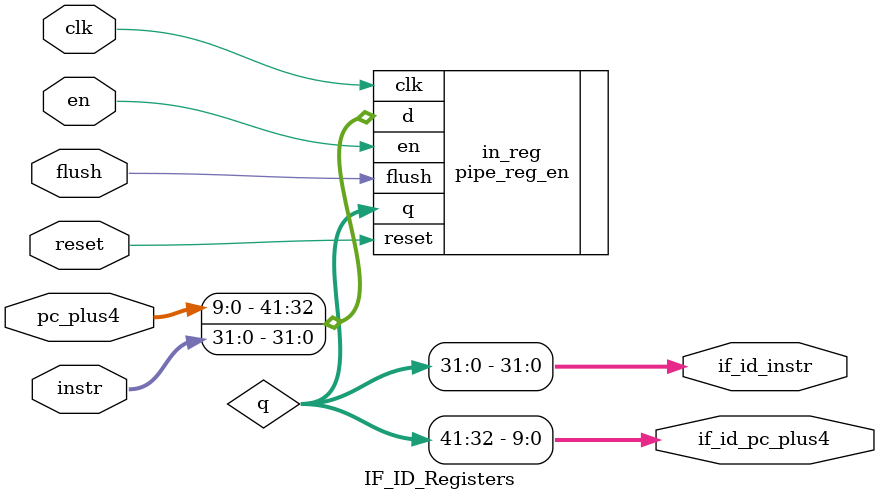
<source format=v>
`timescale 1ns/1ps

module IF_ID_Registers(
    input [9:0] pc_plus4,
    input [31:0] instr,
    input clk, reset, en, flush, 
    output [9:0] if_id_pc_plus4,
    output [31:0] if_id_instr
);

wire [41:0] q; 

pipe_reg_en #(.WIDTH(42)) in_reg (
    .clk(clk),
    .reset(reset),
    .en(en),
    .flush(flush),
    .d({pc_plus4, instr}), 
    .q(q) 
);

assign if_id_pc_plus4 = q[41:32]; 
assign if_id_instr = q[31:0];

endmodule

</source>
